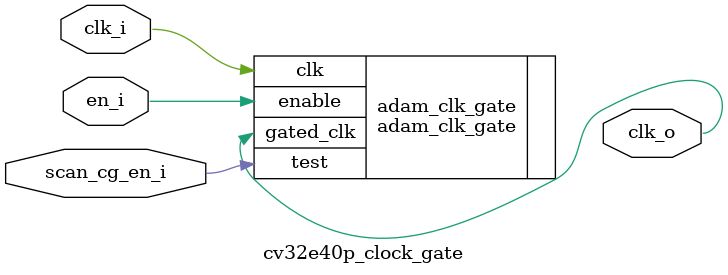
<source format=sv>
module cv32e40p_clock_gate (
    input  logic clk_i,
    input  logic en_i,
    input  logic scan_cg_en_i,
    output logic clk_o
);

  adam_clk_gate adam_clk_gate (
    .clk       (clk_i),
    .test      (scan_cg_en_i),
    .enable    (en_i),
    .gated_clk (clk_o)
  );

endmodule

</source>
